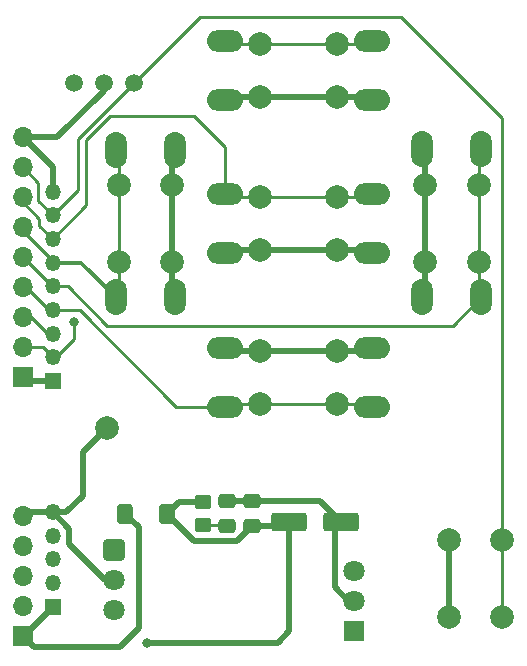
<source format=gbr>
%TF.GenerationSoftware,KiCad,Pcbnew,7.0.1*%
%TF.CreationDate,2023-04-02T16:57:02+09:00*%
%TF.ProjectId,monitor_osd_control,6d6f6e69-746f-4725-9f6f-73645f636f6e,5*%
%TF.SameCoordinates,PX7ab0ef8PY7236868*%
%TF.FileFunction,Copper,L1,Top*%
%TF.FilePolarity,Positive*%
%FSLAX46Y46*%
G04 Gerber Fmt 4.6, Leading zero omitted, Abs format (unit mm)*
G04 Created by KiCad (PCBNEW 7.0.1) date 2023-04-02 16:57:02*
%MOMM*%
%LPD*%
G01*
G04 APERTURE LIST*
G04 Aperture macros list*
%AMRoundRect*
0 Rectangle with rounded corners*
0 $1 Rounding radius*
0 $2 $3 $4 $5 $6 $7 $8 $9 X,Y pos of 4 corners*
0 Add a 4 corners polygon primitive as box body*
4,1,4,$2,$3,$4,$5,$6,$7,$8,$9,$2,$3,0*
0 Add four circle primitives for the rounded corners*
1,1,$1+$1,$2,$3*
1,1,$1+$1,$4,$5*
1,1,$1+$1,$6,$7*
1,1,$1+$1,$8,$9*
0 Add four rect primitives between the rounded corners*
20,1,$1+$1,$2,$3,$4,$5,0*
20,1,$1+$1,$4,$5,$6,$7,0*
20,1,$1+$1,$6,$7,$8,$9,0*
20,1,$1+$1,$8,$9,$2,$3,0*%
G04 Aperture macros list end*
%TA.AperFunction,ComponentPad*%
%ADD10O,1.850000X3.048000*%
%TD*%
%TA.AperFunction,ComponentPad*%
%ADD11C,2.000000*%
%TD*%
%TA.AperFunction,ComponentPad*%
%ADD12RoundRect,0.250200X-0.649800X0.649800X-0.649800X-0.649800X0.649800X-0.649800X0.649800X0.649800X0*%
%TD*%
%TA.AperFunction,ComponentPad*%
%ADD13C,1.800000*%
%TD*%
%TA.AperFunction,ComponentPad*%
%ADD14R,1.800000X1.800000*%
%TD*%
%TA.AperFunction,ComponentPad*%
%ADD15C,1.500000*%
%TD*%
%TA.AperFunction,ComponentPad*%
%ADD16O,3.048000X1.850000*%
%TD*%
%TA.AperFunction,SMDPad,CuDef*%
%ADD17RoundRect,0.250000X-1.250000X-0.550000X1.250000X-0.550000X1.250000X0.550000X-1.250000X0.550000X0*%
%TD*%
%TA.AperFunction,SMDPad,CuDef*%
%ADD18RoundRect,0.250000X0.450000X-0.350000X0.450000X0.350000X-0.450000X0.350000X-0.450000X-0.350000X0*%
%TD*%
%TA.AperFunction,SMDPad,CuDef*%
%ADD19RoundRect,0.250000X0.475000X-0.337500X0.475000X0.337500X-0.475000X0.337500X-0.475000X-0.337500X0*%
%TD*%
%TA.AperFunction,SMDPad,CuDef*%
%ADD20RoundRect,0.250000X0.400000X0.600000X-0.400000X0.600000X-0.400000X-0.600000X0.400000X-0.600000X0*%
%TD*%
%TA.AperFunction,ComponentPad*%
%ADD21R,1.700000X1.700000*%
%TD*%
%TA.AperFunction,ComponentPad*%
%ADD22O,1.700000X1.700000*%
%TD*%
%TA.AperFunction,ComponentPad*%
%ADD23R,1.350000X1.350000*%
%TD*%
%TA.AperFunction,ComponentPad*%
%ADD24O,1.350000X1.350000*%
%TD*%
%TA.AperFunction,ViaPad*%
%ADD25C,0.800000*%
%TD*%
%TA.AperFunction,Conductor*%
%ADD26C,0.500000*%
%TD*%
%TA.AperFunction,Conductor*%
%ADD27C,0.250000*%
%TD*%
%TA.AperFunction,Conductor*%
%ADD28C,0.300000*%
%TD*%
G04 APERTURE END LIST*
D10*
%TO.P,SW1,1,1*%
%TO.N,/VOL_M*%
X9525000Y30773000D03*
D11*
X9773400Y33771200D03*
X9773400Y40271200D03*
D10*
X9525000Y43273000D03*
%TO.P,SW1,2,2*%
%TO.N,GND*%
X14525000Y30773000D03*
D11*
X14273400Y33771200D03*
X14273400Y40271200D03*
D10*
X14525000Y43273000D03*
%TD*%
D12*
%TO.P,U1,1,OUT*%
%TO.N,/IRIN*%
X9398000Y9398000D03*
D13*
%TO.P,U1,2,GND*%
%TO.N,GND*%
X9398000Y6858000D03*
%TO.P,U1,3,Vs*%
%TO.N,Net-(D1-K)*%
X9398000Y4318000D03*
%TD*%
D14*
%TO.P,D2,1,A1*%
%TO.N,/LED_R*%
X29718000Y2540000D03*
D13*
%TO.P,D2,2,K*%
%TO.N,GND*%
X29718000Y5080000D03*
%TO.P,D2,3,A2*%
%TO.N,/LED_G*%
X29718000Y7620000D03*
%TD*%
D11*
%TO.P,SW6,1,1*%
%TO.N,/POWER*%
X42275000Y10236200D03*
X42275000Y3736200D03*
%TO.P,SW6,2,2*%
%TO.N,GND*%
X37775000Y10236200D03*
X37775000Y3736200D03*
%TD*%
D15*
%TO.P,TP2,1,1*%
%TO.N,/SOURCE*%
X5969000Y48895000D03*
%TD*%
D10*
%TO.P,SW5,1,1*%
%TO.N,/VOL_P*%
X40505000Y43283000D03*
D11*
X40256600Y40284800D03*
X40256600Y33784800D03*
D10*
X40505000Y30783000D03*
%TO.P,SW5,2,2*%
%TO.N,GND*%
X35505000Y43283000D03*
D11*
X35756600Y40284800D03*
X35756600Y33784800D03*
D10*
X35505000Y30783000D03*
%TD*%
D15*
%TO.P,TP1,1,1*%
%TO.N,/POWER*%
X11049000Y48895000D03*
%TD*%
%TO.P,TP3,1,1*%
%TO.N,GND*%
X8509000Y48895000D03*
%TD*%
D16*
%TO.P,SW4,1,1*%
%TO.N,/DOWN*%
X31255000Y21493000D03*
D11*
X28256800Y21741400D03*
X21756800Y21741400D03*
D16*
X18755000Y21493000D03*
%TO.P,SW4,2,2*%
%TO.N,GND*%
X31255000Y26493000D03*
D11*
X28256800Y26241400D03*
X21756800Y26241400D03*
D16*
X18755000Y26493000D03*
%TD*%
D17*
%TO.P,E1,1*%
%TO.N,Net-(D1-K)*%
X24216000Y11709400D03*
%TO.P,E1,2*%
%TO.N,GND*%
X28616000Y11709400D03*
%TD*%
D16*
%TO.P,SW2,1,1*%
%TO.N,/UP*%
X18765000Y52473000D03*
D11*
X21763200Y52224600D03*
X28263200Y52224600D03*
D16*
X31265000Y52473000D03*
%TO.P,SW2,2,2*%
%TO.N,GND*%
X18765000Y47473000D03*
D11*
X21763200Y47724600D03*
X28263200Y47724600D03*
D16*
X31265000Y47473000D03*
%TD*%
D18*
%TO.P,R1,1*%
%TO.N,/IRIN*%
X16941800Y11471400D03*
%TO.P,R1,2*%
%TO.N,Net-(D1-K)*%
X16941800Y13471400D03*
%TD*%
D19*
%TO.P,C1,1*%
%TO.N,Net-(D1-K)*%
X21056600Y11433900D03*
%TO.P,C1,2*%
%TO.N,GND*%
X21056600Y13508900D03*
%TD*%
D11*
%TO.P,TP4,1,1*%
%TO.N,GND*%
X8763000Y19685000D03*
%TD*%
D19*
%TO.P,C2,1*%
%TO.N,/IRIN*%
X18973800Y11433900D03*
%TO.P,C2,2*%
%TO.N,GND*%
X18973800Y13508900D03*
%TD*%
D20*
%TO.P,D1,1,K*%
%TO.N,Net-(D1-K)*%
X13840400Y12446000D03*
%TO.P,D1,2,A*%
%TO.N,+5V*%
X10340400Y12446000D03*
%TD*%
D16*
%TO.P,SW3,1,1*%
%TO.N,/MENU*%
X18765000Y39503000D03*
D11*
X21763200Y39254600D03*
X28263200Y39254600D03*
D16*
X31265000Y39503000D03*
%TO.P,SW3,2,2*%
%TO.N,GND*%
X18765000Y34503000D03*
D11*
X21763200Y34754600D03*
X28263200Y34754600D03*
D16*
X31265000Y34503000D03*
%TD*%
D21*
%TO.P,J4,1,Pin_1*%
%TO.N,+5V*%
X1651000Y2129000D03*
D22*
%TO.P,J4,2,Pin_2*%
%TO.N,/LED_R*%
X1651000Y4669000D03*
%TO.P,J4,3,Pin_3*%
%TO.N,/LED_G*%
X1651000Y7209000D03*
%TO.P,J4,4,Pin_4*%
%TO.N,/IRIN*%
X1651000Y9749000D03*
%TO.P,J4,5,Pin_5*%
%TO.N,GND*%
X1651000Y12289000D03*
%TD*%
D23*
%TO.P,J1,1,Pin_1*%
%TO.N,GND*%
X4191000Y23698200D03*
D24*
%TO.P,J1,2,Pin_2*%
%TO.N,/SOURCE*%
X4191000Y25698200D03*
%TO.P,J1,3,Pin_3*%
%TO.N,/UP*%
X4191000Y27698200D03*
%TO.P,J1,4,Pin_4*%
%TO.N,/DOWN*%
X4191000Y29698200D03*
%TO.P,J1,5,Pin_5*%
%TO.N,/VOL_P*%
X4191000Y31698200D03*
%TO.P,J1,6,Pin_6*%
%TO.N,/VOL_M*%
X4191000Y33698200D03*
%TO.P,J1,7,Pin_7*%
%TO.N,/MENU*%
X4191000Y35698200D03*
%TO.P,J1,8,Pin_8*%
%TO.N,/POWER*%
X4191000Y37698200D03*
%TO.P,J1,9,Pin_9*%
%TO.N,GND*%
X4191000Y39698200D03*
%TD*%
D21*
%TO.P,J2,1,Pin_1*%
%TO.N,GND*%
X1651000Y24003000D03*
D22*
%TO.P,J2,2,Pin_2*%
%TO.N,/SOURCE*%
X1651000Y26543000D03*
%TO.P,J2,3,Pin_3*%
%TO.N,/UP*%
X1651000Y29083000D03*
%TO.P,J2,4,Pin_4*%
%TO.N,/DOWN*%
X1651000Y31623000D03*
%TO.P,J2,5,Pin_5*%
%TO.N,/VOL_P*%
X1651000Y34163000D03*
%TO.P,J2,6,Pin_6*%
%TO.N,/VOL_M*%
X1651000Y36703000D03*
%TO.P,J2,7,Pin_7*%
%TO.N,/MENU*%
X1651000Y39243000D03*
%TO.P,J2,8,Pin_8*%
%TO.N,/POWER*%
X1651000Y41783000D03*
%TO.P,J2,9,Pin_9*%
%TO.N,GND*%
X1651000Y44323000D03*
%TD*%
D23*
%TO.P,J3,1,Pin_1*%
%TO.N,+5V*%
X4191000Y4572000D03*
D24*
%TO.P,J3,2,Pin_2*%
%TO.N,/LED_R*%
X4191000Y6572000D03*
%TO.P,J3,3,Pin_3*%
%TO.N,/LED_G*%
X4191000Y8572000D03*
%TO.P,J3,4,Pin_4*%
%TO.N,/IRIN*%
X4191000Y10572000D03*
%TO.P,J3,5,Pin_5*%
%TO.N,GND*%
X4191000Y12572000D03*
%TD*%
D25*
%TO.N,/SOURCE*%
X5969000Y28676600D03*
%TO.N,/IRIN*%
X16941800Y11471400D03*
%TO.N,Net-(D1-K)*%
X12192000Y1524000D03*
%TD*%
D26*
%TO.N,GND*%
X6731000Y17653000D02*
X8763000Y19685000D01*
X4191000Y12572000D02*
X5334000Y12572000D01*
X6731000Y13969000D02*
X6731000Y17653000D01*
X5334000Y12572000D02*
X6731000Y13969000D01*
D27*
%TO.N,/SOURCE*%
X4463800Y25698200D02*
X4191000Y25698200D01*
X3346200Y26543000D02*
X4191000Y25698200D01*
X1651000Y26543000D02*
X3346200Y26543000D01*
X5969000Y27203400D02*
X4463800Y25698200D01*
X5969000Y28676600D02*
X5969000Y27203400D01*
%TO.N,/UP*%
X3772400Y27698200D02*
X4191000Y27698200D01*
X2387600Y29083000D02*
X3772400Y27698200D01*
X1651000Y29083000D02*
X2387600Y29083000D01*
X19013400Y52224600D02*
X31016600Y52224600D01*
X18765000Y52473000D02*
X19013400Y52224600D01*
X31016600Y52224600D02*
X31265000Y52473000D01*
%TO.N,/VOL_P*%
X5462000Y31698200D02*
X4191000Y31698200D01*
X38068400Y28346400D02*
X8813800Y28346400D01*
X40505000Y30783000D02*
X40256600Y31031400D01*
X4115800Y31698200D02*
X1651000Y34163000D01*
X4191000Y31698200D02*
X4115800Y31698200D01*
X8813800Y28346400D02*
X5462000Y31698200D01*
X40256600Y31031400D02*
X40256600Y43034600D01*
X40256600Y43034600D02*
X40505000Y43283000D01*
X40505000Y30783000D02*
X38068400Y28346400D01*
%TO.N,/DOWN*%
X1930400Y31623000D02*
X1651000Y31623000D01*
X18755000Y21493000D02*
X19003400Y21741400D01*
X4191000Y29698200D02*
X3855200Y29698200D01*
X19003400Y21741400D02*
X31006600Y21741400D01*
X14676600Y21493000D02*
X6471400Y29698200D01*
X18755000Y21493000D02*
X14676600Y21493000D01*
X31006600Y21741400D02*
X31255000Y21493000D01*
X6471400Y29698200D02*
X4191000Y29698200D01*
X3855200Y29698200D02*
X1930400Y31623000D01*
%TO.N,/VOL_M*%
X9525000Y43273000D02*
X9773400Y43024600D01*
D28*
X6599800Y33698200D02*
X4191000Y33698200D01*
D27*
X9773400Y43024600D02*
X9773400Y31021400D01*
D28*
X4191000Y33807400D02*
X1651000Y36347400D01*
X9525000Y30773000D02*
X6599800Y33698200D01*
X1651000Y36347400D02*
X1651000Y36703000D01*
D27*
X9773400Y31021400D02*
X9525000Y30773000D01*
D28*
X4191000Y33698200D02*
X4191000Y33807400D01*
D27*
%TO.N,/POWER*%
X4191000Y37698200D02*
X2997200Y38892000D01*
X42275000Y45913800D02*
X42275000Y10236200D01*
X16662400Y54508400D02*
X33680400Y54508400D01*
X11049000Y48895000D02*
X6324600Y44170600D01*
X33680400Y54508400D02*
X42275000Y45913800D01*
X6324600Y44170600D02*
X6324600Y39831800D01*
X2997200Y38892000D02*
X2997200Y40436800D01*
X2997200Y40436800D02*
X1651000Y41783000D01*
X6324600Y39831800D02*
X4191000Y37698200D01*
X42275000Y10236200D02*
X42275000Y3736200D01*
X11049000Y48895000D02*
X16662400Y54508400D01*
D26*
%TO.N,GND*%
X4572000Y44323000D02*
X8509000Y48260000D01*
X4191000Y12572000D02*
X5588000Y11175000D01*
X4191000Y41783000D02*
X1651000Y44323000D01*
X1651000Y24003000D02*
X1955800Y23698200D01*
X1651000Y44323000D02*
X4572000Y44323000D01*
X37775000Y10236200D02*
X37775000Y3736200D01*
X5588000Y9906000D02*
X8636000Y6858000D01*
X1651000Y12289000D02*
X1934000Y12572000D01*
X35756600Y43031400D02*
X35756600Y31034600D01*
X8636000Y6858000D02*
X9398000Y6858000D01*
X29210000Y5080000D02*
X29718000Y5080000D01*
X31003400Y26241400D02*
X31255000Y26493000D01*
X14525000Y43273000D02*
X14273400Y43021400D01*
X1955800Y23698200D02*
X4191000Y23698200D01*
X19016600Y34754600D02*
X31013400Y34754600D01*
X28092400Y6197600D02*
X29210000Y5080000D01*
X18765000Y34503000D02*
X19016600Y34754600D01*
X28616000Y11709400D02*
X28092400Y11185800D01*
X8509000Y48260000D02*
X8509000Y48895000D01*
X26816500Y13508900D02*
X28616000Y11709400D01*
X1934000Y12572000D02*
X4191000Y12572000D01*
X35505000Y43283000D02*
X35756600Y43031400D01*
X19006600Y26241400D02*
X31003400Y26241400D01*
X31013400Y34754600D02*
X31265000Y34503000D01*
X21056600Y13508900D02*
X26816500Y13508900D01*
X14273400Y43021400D02*
X14273400Y31024600D01*
X19016600Y47724600D02*
X31013400Y47724600D01*
X14273400Y31024600D02*
X14525000Y30773000D01*
X31013400Y47724600D02*
X31265000Y47473000D01*
X18765000Y47473000D02*
X19016600Y47724600D01*
X4191000Y39698200D02*
X4191000Y41783000D01*
X18973800Y13508900D02*
X21056600Y13508900D01*
X5588000Y11175000D02*
X5588000Y9906000D01*
X18755000Y26493000D02*
X19006600Y26241400D01*
X28092400Y11185800D02*
X28092400Y6197600D01*
X35756600Y31034600D02*
X35505000Y30783000D01*
D27*
%TO.N,/MENU*%
X3048000Y36841200D02*
X4191000Y35698200D01*
X1651000Y38811200D02*
X3048000Y37414200D01*
X3048000Y37414200D02*
X3048000Y36841200D01*
X31016600Y39254600D02*
X31265000Y39503000D01*
X4191000Y35698200D02*
X7061200Y38568400D01*
X19013400Y39254600D02*
X31016600Y39254600D01*
X1651000Y39243000D02*
X1651000Y38811200D01*
X9042400Y46075600D02*
X16154400Y46075600D01*
X7061200Y44094400D02*
X9042400Y46075600D01*
X18765000Y39503000D02*
X19013400Y39254600D01*
X7061200Y38568400D02*
X7061200Y44094400D01*
X18765000Y43465000D02*
X18765000Y39503000D01*
X16154400Y46075600D02*
X18765000Y43465000D01*
D26*
%TO.N,+5V*%
X1748000Y2129000D02*
X4191000Y4572000D01*
X1651000Y2129000D02*
X2637000Y1143000D01*
X11506200Y2743200D02*
X11506200Y11280200D01*
X2637000Y1143000D02*
X9906000Y1143000D01*
X1651000Y2129000D02*
X1748000Y2129000D01*
X9906000Y1143000D02*
X11506200Y2743200D01*
X11506200Y11280200D02*
X10340400Y12446000D01*
D27*
%TO.N,/IRIN*%
X18936300Y11471400D02*
X18973800Y11433900D01*
X16941800Y11471400D02*
X18936300Y11471400D01*
D26*
%TO.N,Net-(D1-K)*%
X23940500Y11433900D02*
X24216000Y11709400D01*
X23241000Y1524000D02*
X12192000Y1524000D01*
X24216000Y11709400D02*
X24216000Y2499000D01*
X14865800Y13471400D02*
X16941800Y13471400D01*
X13840400Y12446000D02*
X16126400Y10160000D01*
X24216000Y2499000D02*
X23241000Y1524000D01*
X13840400Y12446000D02*
X14865800Y13471400D01*
X19782700Y10160000D02*
X21056600Y11433900D01*
X16126400Y10160000D02*
X19782700Y10160000D01*
X21056600Y11433900D02*
X23940500Y11433900D01*
%TD*%
M02*

</source>
